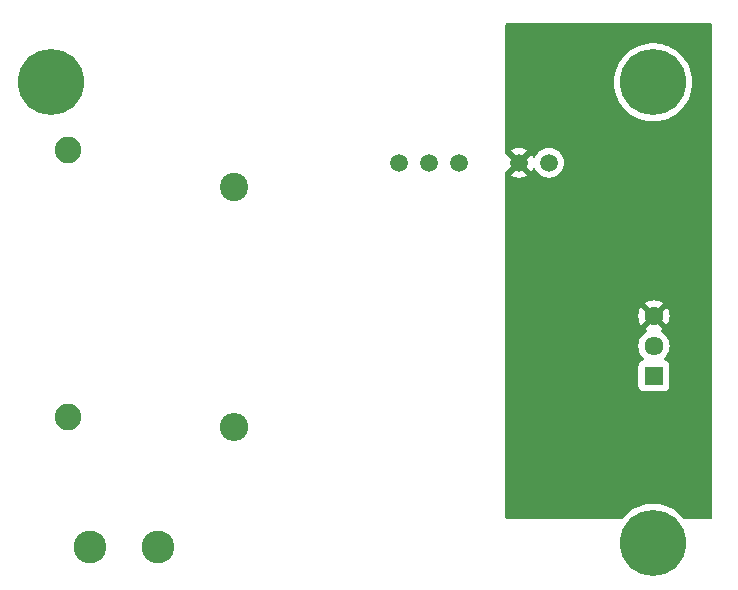
<source format=gbr>
%TF.GenerationSoftware,KiCad,Pcbnew,8.0.2*%
%TF.CreationDate,2024-09-03T17:11:23+02:00*%
%TF.ProjectId,TSAC_Voltage_Sensor,54534143-5f56-46f6-9c74-6167655f5365,rev?*%
%TF.SameCoordinates,Original*%
%TF.FileFunction,Copper,L2,Bot*%
%TF.FilePolarity,Positive*%
%FSLAX46Y46*%
G04 Gerber Fmt 4.6, Leading zero omitted, Abs format (unit mm)*
G04 Created by KiCad (PCBNEW 8.0.2) date 2024-09-03 17:11:23*
%MOMM*%
%LPD*%
G01*
G04 APERTURE LIST*
%TA.AperFunction,ComponentPad*%
%ADD10C,5.600000*%
%TD*%
%TA.AperFunction,ComponentPad*%
%ADD11C,2.775000*%
%TD*%
%TA.AperFunction,ComponentPad*%
%ADD12R,1.610000X1.610000*%
%TD*%
%TA.AperFunction,ComponentPad*%
%ADD13C,1.610000*%
%TD*%
%TA.AperFunction,ComponentPad*%
%ADD14C,2.250000*%
%TD*%
%TA.AperFunction,ComponentPad*%
%ADD15C,2.400000*%
%TD*%
%TA.AperFunction,ComponentPad*%
%ADD16O,2.400000X2.400000*%
%TD*%
%TA.AperFunction,ComponentPad*%
%ADD17C,1.500000*%
%TD*%
G04 APERTURE END LIST*
D10*
%TO.P,,1*%
%TO.N,N/C*%
X132000000Y-61500000D03*
%TD*%
%TO.P,,1*%
%TO.N,N/C*%
X132000000Y-100500000D03*
%TD*%
D11*
%TO.P,J2,1,1*%
%TO.N,+BATT*%
X90062500Y-100860000D03*
%TO.P,J2,2,2*%
%TO.N,0*%
X84362500Y-100860000D03*
%TD*%
D10*
%TO.P,,1*%
%TO.N,N/C*%
X81000000Y-61500000D03*
%TD*%
D12*
%TO.P,J1,1,1*%
%TO.N,Exit*%
X132080000Y-86360000D03*
D13*
%TO.P,J1,2,2*%
%TO.N,+5VA*%
X132080000Y-83820000D03*
%TO.P,J1,3,3*%
%TO.N,GND*%
X132080000Y-81280000D03*
%TD*%
D14*
%TO.P,F1,1*%
%TO.N,Net-(F1-Pad1)*%
X82500000Y-89800000D03*
%TO.P,F1,2*%
%TO.N,Net-(CP1-IN-)*%
X82500000Y-67200000D03*
%TD*%
D15*
%TO.P,R1,1*%
%TO.N,Net-(F1-Pad1)*%
X96500000Y-70340000D03*
D16*
%TO.P,R1,2*%
%TO.N,+BATT*%
X96500000Y-90660000D03*
%TD*%
D17*
%TO.P,PS1,1,VIN*%
%TO.N,+5VA*%
X123190000Y-68315000D03*
%TO.P,PS1,2,GND*%
%TO.N,GND*%
X120650000Y-68315000D03*
%TO.P,PS1,4,0V*%
%TO.N,0*%
X115570000Y-68315000D03*
%TO.P,PS1,5,NO_PIN*%
%TO.N,unconnected-(PS1-NO_PIN-Pad5)*%
X113030000Y-68315000D03*
%TO.P,PS1,6,+VO*%
%TO.N,+5V*%
X110490000Y-68315000D03*
%TD*%
%TA.AperFunction,Conductor*%
%TO.N,GND*%
G36*
X136942121Y-56520002D02*
G01*
X136988614Y-56573658D01*
X137000000Y-56626000D01*
X137000000Y-98374000D01*
X136979998Y-98442121D01*
X136926342Y-98488614D01*
X136874000Y-98500000D01*
X134700418Y-98500000D01*
X134632297Y-98479998D01*
X134604388Y-98455573D01*
X134405484Y-98221405D01*
X134405479Y-98221400D01*
X134145037Y-97974695D01*
X134145022Y-97974682D01*
X133859418Y-97757572D01*
X133859412Y-97757568D01*
X133552010Y-97572610D01*
X133552009Y-97572609D01*
X133552005Y-97572607D01*
X133226401Y-97421967D01*
X132886417Y-97307413D01*
X132838915Y-97296956D01*
X132536054Y-97230291D01*
X132536030Y-97230287D01*
X132179389Y-97191500D01*
X132179382Y-97191500D01*
X131820618Y-97191500D01*
X131820610Y-97191500D01*
X131463969Y-97230287D01*
X131463945Y-97230291D01*
X131113587Y-97307412D01*
X131113573Y-97307416D01*
X130773601Y-97421966D01*
X130447989Y-97572610D01*
X130140587Y-97757568D01*
X130140581Y-97757572D01*
X129854977Y-97974682D01*
X129854962Y-97974695D01*
X129594520Y-98221400D01*
X129594516Y-98221405D01*
X129395613Y-98455572D01*
X129336269Y-98494541D01*
X129299582Y-98500000D01*
X119626000Y-98500000D01*
X119557879Y-98479998D01*
X119511386Y-98426342D01*
X119500000Y-98374000D01*
X119500000Y-83820000D01*
X130761483Y-83820000D01*
X130781514Y-84048958D01*
X130813391Y-84167926D01*
X130840998Y-84270957D01*
X130841000Y-84270961D01*
X130938131Y-84479259D01*
X131069954Y-84667522D01*
X131069959Y-84667528D01*
X131232474Y-84830043D01*
X131233812Y-84831166D01*
X131234239Y-84831808D01*
X131236364Y-84833933D01*
X131235936Y-84834360D01*
X131273133Y-84890279D01*
X131274253Y-84961267D01*
X131236816Y-85021591D01*
X131172709Y-85052099D01*
X131166290Y-85052957D01*
X131165807Y-85053008D01*
X131165795Y-85053011D01*
X131028797Y-85104110D01*
X131028792Y-85104112D01*
X130911738Y-85191738D01*
X130824112Y-85308792D01*
X130824110Y-85308797D01*
X130773011Y-85445795D01*
X130773009Y-85445803D01*
X130766500Y-85506350D01*
X130766500Y-87213649D01*
X130773009Y-87274196D01*
X130773011Y-87274204D01*
X130824110Y-87411202D01*
X130824112Y-87411207D01*
X130911738Y-87528261D01*
X131028792Y-87615887D01*
X131028794Y-87615888D01*
X131028796Y-87615889D01*
X131087875Y-87637924D01*
X131165795Y-87666988D01*
X131165803Y-87666990D01*
X131226350Y-87673499D01*
X131226355Y-87673499D01*
X131226362Y-87673500D01*
X131226368Y-87673500D01*
X132933632Y-87673500D01*
X132933638Y-87673500D01*
X132933645Y-87673499D01*
X132933649Y-87673499D01*
X132994196Y-87666990D01*
X132994199Y-87666989D01*
X132994201Y-87666989D01*
X133131204Y-87615889D01*
X133248261Y-87528261D01*
X133335889Y-87411204D01*
X133386989Y-87274201D01*
X133393500Y-87213638D01*
X133393500Y-85506362D01*
X133393499Y-85506350D01*
X133386990Y-85445803D01*
X133386988Y-85445795D01*
X133335889Y-85308797D01*
X133335887Y-85308792D01*
X133248261Y-85191738D01*
X133131207Y-85104112D01*
X133131202Y-85104110D01*
X132994204Y-85053011D01*
X132994191Y-85053008D01*
X132993711Y-85052957D01*
X132993363Y-85052812D01*
X132986526Y-85051197D01*
X132986787Y-85050088D01*
X132928120Y-85025784D01*
X132887633Y-84967464D01*
X132885103Y-84896512D01*
X132921334Y-84835456D01*
X132926195Y-84831159D01*
X132927513Y-84830052D01*
X132927526Y-84830043D01*
X133090043Y-84667526D01*
X133221869Y-84479259D01*
X133319001Y-84270959D01*
X133378486Y-84048958D01*
X133398517Y-83820000D01*
X133378486Y-83591042D01*
X133319001Y-83369041D01*
X133221869Y-83160742D01*
X133221868Y-83160741D01*
X133221867Y-83160738D01*
X133090049Y-82972482D01*
X133090046Y-82972478D01*
X133090043Y-82972474D01*
X132927526Y-82809957D01*
X132739259Y-82678131D01*
X132708780Y-82663918D01*
X132655496Y-82617002D01*
X132636035Y-82548725D01*
X132656577Y-82480765D01*
X132708781Y-82435529D01*
X132739006Y-82421434D01*
X132739008Y-82421433D01*
X132811478Y-82370690D01*
X132811478Y-82370687D01*
X132233526Y-81792735D01*
X132286502Y-81778540D01*
X132408497Y-81708106D01*
X132508106Y-81608497D01*
X132578540Y-81486502D01*
X132592735Y-81433526D01*
X133170687Y-82011478D01*
X133170690Y-82011478D01*
X133221433Y-81939008D01*
X133221434Y-81939006D01*
X133318527Y-81730790D01*
X133318529Y-81730785D01*
X133377990Y-81508874D01*
X133398014Y-81280000D01*
X133377990Y-81051125D01*
X133318529Y-80829214D01*
X133318527Y-80829209D01*
X133221434Y-80620993D01*
X133170687Y-80548521D01*
X132592735Y-81126473D01*
X132578540Y-81073498D01*
X132508106Y-80951503D01*
X132408497Y-80851894D01*
X132286502Y-80781460D01*
X132233524Y-80767264D01*
X132811478Y-80189310D01*
X132739008Y-80138566D01*
X132530790Y-80041472D01*
X132530785Y-80041470D01*
X132308874Y-79982009D01*
X132080000Y-79961985D01*
X131851125Y-79982009D01*
X131629214Y-80041470D01*
X131629209Y-80041472D01*
X131420989Y-80138567D01*
X131348521Y-80189309D01*
X131348521Y-80189310D01*
X131926475Y-80767264D01*
X131873498Y-80781460D01*
X131751503Y-80851894D01*
X131651894Y-80951503D01*
X131581460Y-81073498D01*
X131567264Y-81126475D01*
X130989310Y-80548521D01*
X130989309Y-80548521D01*
X130938567Y-80620989D01*
X130841472Y-80829209D01*
X130841470Y-80829214D01*
X130782009Y-81051125D01*
X130761985Y-81280000D01*
X130782009Y-81508874D01*
X130841470Y-81730785D01*
X130841472Y-81730790D01*
X130938566Y-81939008D01*
X130989310Y-82011478D01*
X131567264Y-81433524D01*
X131581460Y-81486502D01*
X131651894Y-81608497D01*
X131751503Y-81708106D01*
X131873498Y-81778540D01*
X131926474Y-81792735D01*
X131348520Y-82370688D01*
X131348520Y-82370690D01*
X131420988Y-82421432D01*
X131451219Y-82435529D01*
X131504504Y-82482446D01*
X131523965Y-82550723D01*
X131503423Y-82618683D01*
X131451220Y-82663918D01*
X131420742Y-82678130D01*
X131420738Y-82678132D01*
X131232482Y-82809950D01*
X131232471Y-82809959D01*
X131069959Y-82972471D01*
X131069950Y-82972482D01*
X130938132Y-83160738D01*
X130841000Y-83369038D01*
X130840998Y-83369042D01*
X130797452Y-83531558D01*
X130781514Y-83591042D01*
X130761483Y-83820000D01*
X119500000Y-83820000D01*
X119500000Y-69135848D01*
X119520002Y-69067727D01*
X119573658Y-69021234D01*
X119586820Y-69018967D01*
X120125016Y-68480771D01*
X120137482Y-68527292D01*
X120209890Y-68652708D01*
X120312292Y-68755110D01*
X120437708Y-68827518D01*
X120484226Y-68839982D01*
X119958011Y-69366197D01*
X119958011Y-69366198D01*
X120018597Y-69408621D01*
X120218092Y-69501647D01*
X120218096Y-69501649D01*
X120430712Y-69558619D01*
X120650000Y-69577804D01*
X120869287Y-69558619D01*
X121081903Y-69501649D01*
X121081907Y-69501647D01*
X121281399Y-69408622D01*
X121341987Y-69366197D01*
X121341987Y-69366196D01*
X120815773Y-68839982D01*
X120862292Y-68827518D01*
X120987708Y-68755110D01*
X121090110Y-68652708D01*
X121162518Y-68527292D01*
X121174982Y-68480773D01*
X121701196Y-69006987D01*
X121701197Y-69006987D01*
X121743622Y-68946399D01*
X121805529Y-68813640D01*
X121852446Y-68760355D01*
X121920723Y-68740894D01*
X121988683Y-68761436D01*
X122033919Y-68813640D01*
X122095944Y-68946654D01*
X122148166Y-69021234D01*
X122222251Y-69127038D01*
X122222254Y-69127042D01*
X122377957Y-69282745D01*
X122377961Y-69282748D01*
X122377962Y-69282749D01*
X122558346Y-69409056D01*
X122757924Y-69502120D01*
X122970629Y-69559115D01*
X123190000Y-69578307D01*
X123409371Y-69559115D01*
X123622076Y-69502120D01*
X123821654Y-69409056D01*
X124002038Y-69282749D01*
X124157749Y-69127038D01*
X124284056Y-68946654D01*
X124377120Y-68747076D01*
X124434115Y-68534371D01*
X124453307Y-68315000D01*
X124434115Y-68095629D01*
X124377120Y-67882924D01*
X124284056Y-67683347D01*
X124157749Y-67502962D01*
X124002038Y-67347251D01*
X123821654Y-67220944D01*
X123821650Y-67220942D01*
X123622079Y-67127881D01*
X123622073Y-67127879D01*
X123532178Y-67103791D01*
X123409371Y-67070885D01*
X123190000Y-67051693D01*
X122970629Y-67070885D01*
X122757926Y-67127879D01*
X122757920Y-67127881D01*
X122558346Y-67220944D01*
X122377965Y-67347248D01*
X122377959Y-67347253D01*
X122222253Y-67502959D01*
X122222248Y-67502965D01*
X122095944Y-67683346D01*
X122033919Y-67816359D01*
X121987001Y-67869644D01*
X121918724Y-67889105D01*
X121850764Y-67868563D01*
X121805529Y-67816359D01*
X121743619Y-67683594D01*
X121701199Y-67623011D01*
X121701197Y-67623011D01*
X121174982Y-68149226D01*
X121162518Y-68102708D01*
X121090110Y-67977292D01*
X120987708Y-67874890D01*
X120862292Y-67802482D01*
X120815772Y-67790016D01*
X121341987Y-67263800D01*
X121281403Y-67221379D01*
X121081907Y-67128352D01*
X121081903Y-67128350D01*
X120869287Y-67071380D01*
X120650000Y-67052195D01*
X120430712Y-67071380D01*
X120218096Y-67128350D01*
X120218092Y-67128352D01*
X120018598Y-67221378D01*
X119958010Y-67263801D01*
X120484226Y-67790017D01*
X120437708Y-67802482D01*
X120312292Y-67874890D01*
X120209890Y-67977292D01*
X120137482Y-68102708D01*
X120125017Y-68149226D01*
X119585016Y-67609225D01*
X119567375Y-67605680D01*
X119516383Y-67556279D01*
X119500000Y-67494149D01*
X119500000Y-61499996D01*
X128686641Y-61499996D01*
X128686641Y-61500003D01*
X128706064Y-61858237D01*
X128764103Y-62212269D01*
X128860084Y-62557959D01*
X128860085Y-62557961D01*
X128992877Y-62891243D01*
X129160925Y-63208215D01*
X129362258Y-63505159D01*
X129594516Y-63778595D01*
X129854962Y-64025304D01*
X129854977Y-64025317D01*
X130140586Y-64242431D01*
X130447995Y-64427393D01*
X130773599Y-64578033D01*
X131113583Y-64692587D01*
X131463958Y-64769711D01*
X131820618Y-64808500D01*
X131820626Y-64808500D01*
X132179374Y-64808500D01*
X132179382Y-64808500D01*
X132536042Y-64769711D01*
X132886417Y-64692587D01*
X133226401Y-64578033D01*
X133552005Y-64427393D01*
X133859414Y-64242431D01*
X134145023Y-64025317D01*
X134405484Y-63778595D01*
X134637742Y-63505159D01*
X134839075Y-63208215D01*
X135007123Y-62891243D01*
X135139915Y-62557961D01*
X135235895Y-62212274D01*
X135293936Y-61858237D01*
X135313359Y-61500000D01*
X135293936Y-61141763D01*
X135235895Y-60787726D01*
X135139915Y-60442039D01*
X135007123Y-60108757D01*
X134839075Y-59791785D01*
X134637742Y-59494841D01*
X134405484Y-59221405D01*
X134405483Y-59221404D01*
X134145037Y-58974695D01*
X134145022Y-58974682D01*
X133859418Y-58757572D01*
X133859412Y-58757568D01*
X133552010Y-58572610D01*
X133552009Y-58572609D01*
X133552005Y-58572607D01*
X133226401Y-58421967D01*
X132886417Y-58307413D01*
X132838915Y-58296956D01*
X132536054Y-58230291D01*
X132536030Y-58230287D01*
X132179389Y-58191500D01*
X132179382Y-58191500D01*
X131820618Y-58191500D01*
X131820610Y-58191500D01*
X131463969Y-58230287D01*
X131463945Y-58230291D01*
X131113587Y-58307412D01*
X131113573Y-58307416D01*
X130773601Y-58421966D01*
X130447989Y-58572610D01*
X130140587Y-58757568D01*
X130140581Y-58757572D01*
X129854977Y-58974682D01*
X129854962Y-58974695D01*
X129594516Y-59221404D01*
X129362256Y-59494843D01*
X129160924Y-59791785D01*
X129160922Y-59791789D01*
X128992876Y-60108759D01*
X128992872Y-60108768D01*
X128860084Y-60442040D01*
X128764103Y-60787730D01*
X128706064Y-61141762D01*
X128686641Y-61499996D01*
X119500000Y-61499996D01*
X119500000Y-56626000D01*
X119520002Y-56557879D01*
X119573658Y-56511386D01*
X119626000Y-56500000D01*
X136874000Y-56500000D01*
X136942121Y-56520002D01*
G37*
%TD.AperFunction*%
%TD*%
M02*

</source>
